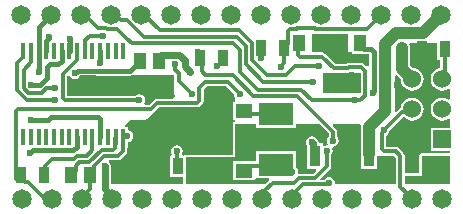
<source format=gbl>
G04*
G04 #@! TF.GenerationSoftware,Altium Limited,Altium Designer,20.1.10 (176)*
G04*
G04 Layer_Physical_Order=2*
G04 Layer_Color=16711680*
%FSLAX25Y25*%
%MOIN*%
G70*
G04*
G04 #@! TF.SameCoordinates,773EA745-F9F6-403D-839C-D9EBE2D74CCE*
G04*
G04*
G04 #@! TF.FilePolarity,Positive*
G04*
G01*
G75*
%ADD10C,0.01181*%
%ADD12C,0.01575*%
%ADD19R,0.04921X0.06693*%
%ADD20R,0.04016X0.05787*%
%ADD40C,0.02362*%
%ADD41C,0.03937*%
%ADD42C,0.06496*%
%ADD43R,0.06024X0.06024*%
%ADD44C,0.06024*%
%ADD45C,0.02362*%
%ADD46R,0.12598X0.07087*%
%ADD47R,0.03740X0.07087*%
%ADD48R,0.03622X0.05433*%
%ADD49R,0.09449X0.07087*%
%ADD50R,0.04528X0.05787*%
%ADD51R,0.05787X0.04528*%
%ADD52R,0.11614X0.07677*%
%ADD53R,0.01370X0.05500*%
G36*
X225500Y150000D02*
X226855D01*
Y149319D01*
X232445D01*
X232650Y148904D01*
Y145500D01*
X231483D01*
X230931Y146053D01*
X230475Y146357D01*
X229937Y146464D01*
X225940D01*
X225402Y146357D01*
X224947Y146053D01*
X224925Y146031D01*
X221456D01*
X217993Y149494D01*
X217538Y149798D01*
X217000Y149905D01*
X213500D01*
X213500Y156000D01*
X225500Y156000D01*
Y150000D01*
D02*
G37*
G36*
X167500Y136000D02*
X168000Y135500D01*
X166905Y134405D01*
X162000D01*
X161462Y134298D01*
X161006Y133993D01*
X159418Y132405D01*
X157903D01*
X157636Y132905D01*
X157854Y133232D01*
X158007Y134000D01*
X157854Y134768D01*
X157419Y135419D01*
X156768Y135854D01*
X156000Y136007D01*
X155232Y135854D01*
X154581Y135419D01*
X154571Y135405D01*
X131964D01*
Y141950D01*
X132162Y142125D01*
X132236Y142141D01*
X132780Y142031D01*
X133081Y141581D01*
X133732Y141146D01*
X134500Y140993D01*
X135268Y141146D01*
X135919Y141581D01*
X136354Y142232D01*
X136361Y142266D01*
X141235D01*
X141244Y142261D01*
X141858Y142138D01*
X141858Y142138D01*
X152944D01*
X152944Y142138D01*
X153559Y142261D01*
X153917Y142500D01*
X167500D01*
Y136000D01*
D02*
G37*
G36*
X255161Y147496D02*
X256355D01*
Y144747D01*
X256008Y144701D01*
X255084Y144319D01*
X254290Y143710D01*
X253681Y142916D01*
X253299Y141992D01*
X253168Y141000D01*
X253299Y140008D01*
X253681Y139084D01*
X254290Y138290D01*
X255084Y137681D01*
X256008Y137299D01*
X257000Y137168D01*
X257992Y137299D01*
X258916Y137681D01*
X259052Y137785D01*
X259500Y137564D01*
Y134436D01*
X259052Y134215D01*
X258916Y134319D01*
X257992Y134701D01*
X257000Y134832D01*
X256008Y134701D01*
X255084Y134319D01*
X254290Y133710D01*
X253681Y132916D01*
X253299Y131992D01*
X253168Y131000D01*
X253299Y130008D01*
X253681Y129084D01*
X254290Y128290D01*
X255084Y127681D01*
X256008Y127299D01*
X257000Y127168D01*
X257992Y127299D01*
X258916Y127681D01*
X259052Y127785D01*
X259500Y127564D01*
Y124799D01*
X253201D01*
Y117201D01*
X259500D01*
Y116303D01*
X250166D01*
X250088Y116287D01*
X250009D01*
X249943Y116274D01*
X249943D01*
X249870Y116244D01*
X249858Y116242D01*
X249849Y116235D01*
X249654Y116154D01*
X249432Y115933D01*
X249352Y115738D01*
X249345Y115728D01*
X249343Y115717D01*
X249312Y115644D01*
Y115644D01*
X249299Y115577D01*
Y115498D01*
X249284Y115421D01*
Y109622D01*
X244464D01*
Y115441D01*
X244357Y115979D01*
X244053Y116434D01*
X242494Y117993D01*
X242038Y118298D01*
X241500Y118405D01*
X238166D01*
Y122125D01*
X238268Y122146D01*
X238919Y122581D01*
X239354Y123232D01*
X239507Y124000D01*
X239504Y124017D01*
X243809Y128322D01*
X244290Y128290D01*
X245084Y127681D01*
X246008Y127299D01*
X247000Y127168D01*
X247992Y127299D01*
X248916Y127681D01*
X249710Y128290D01*
X250319Y129084D01*
X250701Y130008D01*
X250832Y131000D01*
X250701Y131992D01*
X250319Y132916D01*
X249710Y133710D01*
X248916Y134319D01*
X247992Y134701D01*
X247000Y134832D01*
X246008Y134701D01*
X245084Y134319D01*
X244290Y133710D01*
X243681Y132916D01*
X243299Y131992D01*
X243222Y131408D01*
X243036Y131371D01*
X242580Y131067D01*
X241647Y130134D01*
X241508Y130178D01*
X241200Y130394D01*
X241280Y131000D01*
Y142082D01*
X241780Y142289D01*
X243183Y140886D01*
X243299Y140008D01*
X243681Y139084D01*
X244290Y138290D01*
X245084Y137681D01*
X246008Y137299D01*
X247000Y137168D01*
X247992Y137299D01*
X248916Y137681D01*
X249710Y138290D01*
X250319Y139084D01*
X250701Y140008D01*
X250832Y141000D01*
X250701Y141992D01*
X250319Y142916D01*
X249710Y143710D01*
X248916Y144319D01*
X247992Y144701D01*
X247114Y144817D01*
X246280Y145651D01*
Y151500D01*
X246185Y152219D01*
X246069Y152500D01*
X246403Y153000D01*
X255161D01*
Y147496D01*
D02*
G37*
G36*
X187496Y136017D02*
X187493Y136000D01*
X187646Y135232D01*
X188000Y134702D01*
Y133516D01*
X187319D01*
Y127413D01*
X188000D01*
Y126787D01*
X187922D01*
X187856Y126774D01*
X187856D01*
X187811Y126756D01*
X187778Y126743D01*
X187772Y126742D01*
X187595Y126675D01*
X187363Y126587D01*
X187319D01*
X187226Y126144D01*
X187226Y126143D01*
X187213Y126077D01*
Y125998D01*
X187197Y125921D01*
Y115819D01*
X180752D01*
Y115809D01*
X180282Y115803D01*
X179764Y115803D01*
X179748Y115819D01*
Y115819D01*
X173252D01*
Y115803D01*
X171579D01*
X171502Y115787D01*
X171423D01*
X171349Y115773D01*
X171349Y115773D01*
X171349D01*
X171276Y115743D01*
X171272Y115742D01*
X171268Y115739D01*
X171263Y115737D01*
X171193Y115723D01*
X171133Y115683D01*
X171060Y115653D01*
X171060Y115653D01*
X171060Y115653D01*
X171054Y115649D01*
X170998Y115593D01*
X170932Y115549D01*
X170929Y115545D01*
X170441Y115556D01*
X170202Y116004D01*
X170354Y116232D01*
X170507Y117000D01*
X170354Y117768D01*
X169919Y118419D01*
X169268Y118854D01*
X168500Y119007D01*
X167732Y118854D01*
X167081Y118419D01*
X166646Y117768D01*
X166493Y117000D01*
X166646Y116232D01*
X166798Y116004D01*
X166531Y115504D01*
X166161D01*
Y108496D01*
X170697D01*
Y106000D01*
X146507D01*
Y109500D01*
Y112000D01*
X146354Y112768D01*
X146000Y113298D01*
Y114095D01*
X149000D01*
X149538Y114202D01*
X149994Y114506D01*
X151494Y116007D01*
X151798Y116462D01*
X151905Y117000D01*
Y118069D01*
X152106D01*
Y120014D01*
X152768Y120146D01*
X153419Y120581D01*
X153854Y121232D01*
X154007Y122000D01*
X153854Y122768D01*
X153419Y123419D01*
X152768Y123854D01*
X152106Y123986D01*
Y125144D01*
X151384D01*
X151177Y125599D01*
X152866Y127536D01*
X157941D01*
X158479Y127643D01*
X158934Y127947D01*
X162582Y131595D01*
X175367D01*
X175905Y131702D01*
X176361Y132007D01*
X177052Y132698D01*
X177357Y133154D01*
X177464Y133692D01*
Y137477D01*
X178582Y138595D01*
X184918D01*
X187496Y136017D01*
D02*
G37*
G36*
X219095Y122918D02*
Y121929D01*
X219081Y121919D01*
X218646Y121268D01*
X218493Y120500D01*
X218646Y119732D01*
X218834Y119450D01*
X218533Y119000D01*
X218500Y119007D01*
X217732Y118854D01*
X217543Y118728D01*
X217102Y118964D01*
Y119626D01*
X215763D01*
Y119744D01*
X215610Y120512D01*
X215175Y121163D01*
X214919Y121419D01*
X214268Y121854D01*
X213500Y122007D01*
X212732Y121854D01*
X212081Y121419D01*
X211646Y120768D01*
X211493Y120000D01*
X211646Y119232D01*
X211749Y119077D01*
Y115984D01*
X211788Y115790D01*
Y110964D01*
X214836D01*
X215027Y110502D01*
X213930Y109405D01*
X209399D01*
X208968Y109802D01*
X209007Y110000D01*
X208854Y110768D01*
X208419Y111419D01*
X208095Y111636D01*
Y117161D01*
X194905D01*
Y113994D01*
X194681Y113587D01*
X187319D01*
Y107484D01*
X194681D01*
Y107502D01*
X194905Y107909D01*
X199229D01*
X199345Y107736D01*
X199423Y107409D01*
X198013Y106000D01*
X171500D01*
Y114981D01*
X171506Y114986D01*
X171579Y115000D01*
X173252D01*
X179748D01*
X180282Y115000D01*
X188000D01*
Y125921D01*
X188013Y125987D01*
X188079Y126000D01*
X194905D01*
Y124839D01*
X208095D01*
Y126000D01*
X216013D01*
X219095Y122918D01*
D02*
G37*
G36*
X229834Y125500D02*
X229775Y125055D01*
Y116132D01*
X229870Y115412D01*
X229898Y115346D01*
Y110964D01*
X230500D01*
Y110964D01*
Y110964D01*
X235212D01*
Y115346D01*
X235240Y115412D01*
X235251Y115500D01*
X241013D01*
X241654Y114859D01*
Y106000D01*
X230769D01*
X230500Y106274D01*
Y106000D01*
X221620D01*
X221312Y106375D01*
X221160Y107143D01*
X220725Y107794D01*
X220074Y108229D01*
X219305Y108382D01*
X218537Y108229D01*
X217886Y107794D01*
X217626Y107405D01*
X216557D01*
X216366Y107867D01*
X219500Y111001D01*
X219804Y111456D01*
X219911Y111994D01*
Y115575D01*
X219919Y115581D01*
X220354Y116232D01*
X220507Y117000D01*
X220354Y117768D01*
X220166Y118050D01*
X220467Y118500D01*
X220500Y118493D01*
X221268Y118646D01*
X221919Y119081D01*
X222354Y119732D01*
X222507Y120500D01*
X222354Y121268D01*
X221919Y121919D01*
X221905Y121929D01*
Y123500D01*
X221798Y124038D01*
X221493Y124494D01*
X220449Y125538D01*
X220640Y126000D01*
X229467D01*
X229834Y125500D01*
D02*
G37*
G36*
X259500Y106000D02*
X244464D01*
Y108819D01*
X250087D01*
Y115421D01*
X250100Y115487D01*
X250166Y115500D01*
X259500D01*
Y106000D01*
D02*
G37*
D10*
X229937Y145059D02*
X231177Y143819D01*
X225940Y145059D02*
X229937D01*
X231177Y135500D02*
Y143819D01*
X168500Y112260D02*
Y117000D01*
X141068Y112187D02*
X144381Y115500D01*
X141068Y110417D02*
Y112187D01*
X135894Y113271D02*
X139271D01*
X134767Y112145D02*
X135894Y113271D01*
X135307Y115469D02*
X138469D01*
X124260Y109906D02*
X124500Y110146D01*
Y112000D01*
X127000Y114500D01*
X134339D01*
X135307Y115469D01*
X134767Y110417D02*
Y112145D01*
X133350Y109000D02*
X134767Y110417D01*
X139271Y113271D02*
X143478Y117478D01*
X140398Y117398D02*
Y121606D01*
X138469Y115469D02*
X140398Y117398D01*
X139650Y109000D02*
X141068Y110417D01*
X118940Y136441D02*
X123503D01*
X118597Y134000D02*
X128000D01*
X117441Y137940D02*
X118940Y136441D01*
X123503D02*
X125062Y138000D01*
X115316Y137281D02*
X118597Y134000D01*
X115316Y137281D02*
Y146279D01*
X117500Y140119D02*
Y144150D01*
X117441Y140060D02*
X117500Y140119D01*
X125062Y138000D02*
X128000D01*
X117441Y137940D02*
Y140060D01*
X130559Y134692D02*
Y142849D01*
X135185Y147475D01*
Y150299D01*
X135280Y150394D01*
X131251Y134000D02*
X156000D01*
X130559Y134692D02*
X131251Y134000D01*
X160000Y131000D02*
X162000Y133000D01*
X115692Y131000D02*
X160000D01*
X115000Y107692D02*
Y130308D01*
X115692Y131000D01*
X117272Y148234D02*
X117272D01*
X115316Y146279D02*
X117272Y148234D01*
X117272D02*
X117366Y148329D01*
X117500Y144150D02*
X119925Y146575D01*
Y150394D02*
X119925Y150394D01*
X119925Y146575D02*
Y150394D01*
X176059Y133692D02*
Y138059D01*
X162000Y133000D02*
X175367D01*
X176059Y133692D01*
Y138059D02*
X178000Y140000D01*
X185500D01*
X189500Y136000D01*
X168001Y144188D02*
Y145999D01*
X169102Y140398D02*
X173500Y136000D01*
X168000Y146000D02*
X168001Y145999D01*
Y144188D02*
X169102Y143087D01*
Y140398D02*
Y143087D01*
X189250Y157250D02*
X193551Y152949D01*
X162750Y157250D02*
X189250D01*
X193551Y147330D02*
Y152949D01*
X157458Y155000D02*
X188500D01*
X191500Y145903D02*
Y152000D01*
X188500Y155000D02*
X191500Y152000D01*
X187308Y153000D02*
X189500Y150808D01*
X151890Y154522D02*
X153411Y153000D01*
X187308D01*
X189500Y143500D02*
Y150808D01*
X176240Y147500D02*
X176796Y146944D01*
Y143704D02*
Y146944D01*
Y143704D02*
X178032Y142469D01*
X185815D01*
X189500Y143500D02*
X195500Y137500D01*
X191500Y145903D02*
X197403Y140000D01*
X214000D01*
X151874Y160584D02*
X157458Y155000D01*
X157500Y162500D02*
X162750Y157250D01*
X156500Y162500D02*
X157500D01*
X195500Y137500D02*
X210000D01*
X187094Y142405D02*
X194000Y135500D01*
X185878Y142405D02*
X187094D01*
X194000Y135500D02*
X208500D01*
X198440Y142441D02*
X204941D01*
X193551Y147330D02*
X198440Y142441D01*
X208000Y145500D02*
X216000D01*
X204941Y142441D02*
X208000Y145500D01*
X117366Y148329D02*
Y150394D01*
X139500Y155500D02*
X144000D01*
X137933Y162500D02*
X142374Y158059D01*
X145060D02*
X145245Y157874D01*
X148537D01*
X142374Y158059D02*
X145060D01*
X138000Y154000D02*
X139500Y155500D01*
X151890Y154522D02*
X151890D01*
X148537Y157874D02*
X151890Y154522D01*
X138000Y153155D02*
Y154000D01*
X137933Y150488D02*
Y153088D01*
X137839Y150394D02*
X137933Y150488D01*
Y153088D02*
X138000Y153155D01*
X139650Y104335D02*
Y109000D01*
X137000Y101685D02*
X139650Y104335D01*
X137000Y101000D02*
Y101685D01*
X144381Y115500D02*
X149000D01*
X150539Y121512D02*
X150634Y121606D01*
X150539Y118912D02*
Y121512D01*
X150500Y118873D02*
X150539Y118912D01*
X150500Y117000D02*
Y118873D01*
X149000Y115500D02*
X150500Y117000D01*
X146772Y117478D02*
X146793Y117500D01*
X147308D02*
X147980Y118172D01*
X146793Y117500D02*
X147308D01*
X147980Y118172D02*
Y121512D01*
X143478Y117478D02*
X146772D01*
X147980Y121512D02*
X148075Y121606D01*
X116740Y108095D02*
Y109000D01*
Y108095D02*
X117961Y106874D01*
X118866D01*
X123723Y102017D01*
X125983D01*
X127000Y101000D01*
X115000Y107692D02*
X115192Y107500D01*
X228000Y134000D02*
X229677D01*
X213500D02*
X228000D01*
X210000Y137500D02*
X213500Y134000D01*
X229677D02*
X231177Y135500D01*
X231874Y157874D02*
X236500Y162500D01*
X214584Y157874D02*
X231874D01*
X185815Y142469D02*
X185878Y142405D01*
X236761Y117692D02*
X237453Y117000D01*
X241500D01*
X243059Y115441D01*
Y104941D02*
Y115441D01*
X236761Y117692D02*
Y122941D01*
X237500Y123680D02*
Y124000D01*
X236761Y122941D02*
X237500Y123680D01*
Y124000D02*
X243573Y130073D01*
X217000Y148500D02*
X220873Y144626D01*
X225507D02*
X225940Y145059D01*
X220873Y144626D02*
X225507D01*
X257000Y141000D02*
X257760Y141760D01*
Y151000D01*
X243059Y104941D02*
X245748Y102252D01*
X246252D01*
X243573Y130073D02*
X246073D01*
X247000Y131000D01*
X209692Y148500D02*
X217000D01*
X209000Y149192D02*
Y152650D01*
Y149192D02*
X209692Y148500D01*
X206172Y157874D02*
X208416D01*
X208542Y158000D01*
X214458D01*
X205480Y152720D02*
Y157182D01*
X206172Y157874D01*
X214458Y158000D02*
X214584Y157874D01*
X204260Y151500D02*
X205480Y152720D01*
X204260Y146282D02*
Y151500D01*
X203677Y131177D02*
X205177Y129677D01*
X218930Y106000D02*
X219305Y106375D01*
X207562Y103000D02*
X210562Y106000D01*
X218930D01*
X209216Y108000D02*
X214512D01*
X218506Y111994D01*
X192000Y129465D02*
X201500D01*
X191000Y130465D02*
X192000Y129465D01*
X203677Y131177D02*
X205177Y129677D01*
X203354Y131500D02*
X204000D01*
X203354D02*
X205177Y129677D01*
X203250Y145273D02*
X204260Y146282D01*
X203250Y145000D02*
Y145273D01*
X205177Y129677D02*
X205323D01*
X205177D02*
X206000Y128854D01*
X208500Y135500D02*
X220500Y123500D01*
Y120500D02*
Y123500D01*
X218506Y111994D02*
Y116994D01*
X218500Y117000D02*
X218506Y116994D01*
X207716Y106500D02*
X209216Y108000D01*
X191000Y112035D02*
X200035D01*
X136500Y162500D02*
X137933D01*
X147933D02*
X149849Y160584D01*
X151874D01*
X146500Y162500D02*
X147933D01*
X205323Y128177D02*
X206000Y128854D01*
X200500Y106500D02*
X207716D01*
X197562Y103000D02*
X198017Y103455D01*
Y104017D01*
X200500Y106500D01*
X196500Y151260D02*
X196740Y151500D01*
X196500Y148000D02*
Y151260D01*
D12*
X120495Y117281D02*
X134058D01*
X135177Y118401D01*
X119713Y116500D02*
X120495Y117281D01*
X119500Y116500D02*
X119713D01*
X135177Y118401D02*
Y121504D01*
X135280Y121606D01*
X120000Y139000D02*
X123000D01*
X125256Y141256D01*
X120000Y127500D02*
X125500D01*
X126500Y128500D01*
X142078D02*
X143000Y127577D01*
X126500Y128500D02*
X142078D01*
X143000Y121650D02*
Y127577D01*
X134500Y143000D02*
X134613D01*
X135485Y143872D02*
X141730D01*
X134613Y143000D02*
X135485Y143872D01*
X142957Y121606D02*
X143000Y121650D01*
X252000Y114012D02*
X252488Y114500D01*
X252500Y110500D02*
Y113512D01*
X125256Y141256D02*
Y145078D01*
X126178Y146000D02*
X129000D01*
X125256Y145078D02*
X126178Y146000D01*
X130161Y147161D02*
Y150394D01*
X129000Y146000D02*
X130161Y147161D01*
X141858Y143744D02*
X152944D01*
X141730Y143872D02*
X141858Y143744D01*
X122492Y143508D02*
Y150386D01*
X152944Y143744D02*
X156200Y147000D01*
X122484Y150394D02*
X122492Y150386D01*
Y143508D02*
X122500Y143500D01*
X142957Y146543D02*
Y150394D01*
Y146543D02*
X143000Y146500D01*
X132720Y150394D02*
X132823Y150496D01*
Y154110D01*
X133000Y154287D01*
Y154500D01*
X125043Y150394D02*
Y153830D01*
X126000Y154787D01*
Y155000D01*
X122484Y150394D02*
Y158484D01*
X126500Y162500D01*
X234256Y136969D02*
Y150077D01*
X234000Y136713D02*
X234256Y136969D01*
X233333Y151000D02*
X234256Y150077D01*
X229650Y152221D02*
X230871Y151000D01*
X229650Y152221D02*
Y153000D01*
X230871Y151000D02*
X233333D01*
X234000Y136500D02*
Y136713D01*
X252000Y114012D02*
X252500Y113512D01*
X253965Y112500D02*
Y113024D01*
X252488Y114500D02*
X253965Y113024D01*
X168500Y112260D02*
X168760Y112000D01*
X191000Y119465D02*
Y123535D01*
D19*
X176500Y111685D02*
D03*
Y122315D02*
D03*
X184000Y111685D02*
D03*
Y122315D02*
D03*
D20*
X156200Y147000D02*
D03*
X162500D02*
D03*
X209350Y153000D02*
D03*
X215650D02*
D03*
X229650D02*
D03*
X223350D02*
D03*
X133350Y109000D02*
D03*
X139650D02*
D03*
D40*
X161500Y147500D02*
X163150Y149150D01*
X169305D01*
X171152Y147302D01*
Y145348D02*
Y147302D01*
Y145348D02*
X173000Y143500D01*
X161500Y147500D02*
X162000Y147000D01*
X144500Y109500D02*
Y112000D01*
Y104451D02*
Y109500D01*
X147000Y101000D02*
Y101951D01*
X144500Y104451D02*
X147000Y101951D01*
X213756Y115984D02*
X214445Y115295D01*
X213756Y115984D02*
Y119744D01*
X213500Y120000D02*
X213756Y119744D01*
D41*
X232555Y116132D02*
Y125055D01*
X238000Y130500D01*
Y152836D01*
X241636Y156473D01*
X250472D01*
X256500Y162500D01*
X243500Y144500D02*
X247000Y141000D01*
X243500Y144500D02*
Y151500D01*
D42*
X256500Y162500D02*
D03*
X246500D02*
D03*
X236500D02*
D03*
X226500D02*
D03*
X216500D02*
D03*
X206500D02*
D03*
X196500D02*
D03*
X186500D02*
D03*
X176500D02*
D03*
X166500D02*
D03*
X156500D02*
D03*
X146500D02*
D03*
X136500D02*
D03*
X126500D02*
D03*
X116500D02*
D03*
X117000Y101000D02*
D03*
X127000D02*
D03*
X137000D02*
D03*
X147000D02*
D03*
X157000D02*
D03*
X167000D02*
D03*
X177000D02*
D03*
X187000D02*
D03*
X197000D02*
D03*
X207000D02*
D03*
X217000D02*
D03*
X227000D02*
D03*
X237000D02*
D03*
X247000D02*
D03*
X257000D02*
D03*
D43*
Y121000D02*
D03*
D44*
X247000D02*
D03*
X257000Y131000D02*
D03*
X247000D02*
D03*
X257000Y141000D02*
D03*
X247000D02*
D03*
D45*
X231500Y147500D02*
D03*
X168500Y117000D02*
D03*
X119500Y116500D02*
D03*
X120000Y139000D02*
D03*
Y127500D02*
D03*
X128000Y138000D02*
D03*
Y134000D02*
D03*
X168000Y146000D02*
D03*
X173500Y136000D02*
D03*
X152000Y122000D02*
D03*
X156000Y134000D02*
D03*
X134500Y143000D02*
D03*
X173000Y143500D02*
D03*
X175500Y150000D02*
D03*
X182000Y145500D02*
D03*
X161500Y147500D02*
D03*
X144000Y155500D02*
D03*
X146000Y140500D02*
D03*
X139764Y141067D02*
D03*
X126000Y155000D02*
D03*
X143000Y146500D02*
D03*
X133000Y154500D02*
D03*
X144500Y109500D02*
D03*
Y112000D02*
D03*
X122500Y143500D02*
D03*
X228000Y134000D02*
D03*
X216000Y145500D02*
D03*
X213500Y120000D02*
D03*
X182543Y129000D02*
D03*
X183339Y136000D02*
D03*
X229500Y154500D02*
D03*
X234000Y136500D02*
D03*
X242000Y139000D02*
D03*
X247000Y113500D02*
D03*
Y117000D02*
D03*
X227000Y142500D02*
D03*
X243500Y151500D02*
D03*
X255551Y109000D02*
D03*
X240500D02*
D03*
X200500Y119000D02*
D03*
X237500Y124000D02*
D03*
X214000Y140000D02*
D03*
X219305Y106375D02*
D03*
X204000Y131500D02*
D03*
X220500Y120500D02*
D03*
X218500Y117000D02*
D03*
X207000Y110000D02*
D03*
X189500Y136000D02*
D03*
X203250Y145000D02*
D03*
X196500Y148000D02*
D03*
D46*
X223500Y139705D02*
D03*
D47*
X214445Y115295D02*
D03*
X223500D02*
D03*
X232555D02*
D03*
D48*
X250240Y151000D02*
D03*
X257760D02*
D03*
X204260Y151500D02*
D03*
X196740D02*
D03*
X183760Y148000D02*
D03*
X176240D02*
D03*
X124260Y109000D02*
D03*
X116740D02*
D03*
X161240Y112000D02*
D03*
X168760D02*
D03*
D49*
X163000Y138972D02*
D03*
Y123028D02*
D03*
D50*
X247035Y112500D02*
D03*
X253965D02*
D03*
D51*
X191000Y110535D02*
D03*
Y117465D02*
D03*
Y130465D02*
D03*
Y123535D02*
D03*
D52*
X201500Y129465D02*
D03*
Y112535D02*
D03*
D53*
X117366Y121606D02*
D03*
X119925D02*
D03*
X122484D02*
D03*
X125043D02*
D03*
X127602D02*
D03*
X130161D02*
D03*
X132720D02*
D03*
X135280D02*
D03*
X137839D02*
D03*
X140398D02*
D03*
X142957D02*
D03*
X145516D02*
D03*
X148075D02*
D03*
X150634D02*
D03*
X117366Y150394D02*
D03*
X119925D02*
D03*
X122484D02*
D03*
X125043D02*
D03*
X127602D02*
D03*
X132720D02*
D03*
X130161D02*
D03*
X135280D02*
D03*
X137839D02*
D03*
X140398D02*
D03*
X142957D02*
D03*
X145516D02*
D03*
X148075D02*
D03*
X150634D02*
D03*
M02*

</source>
